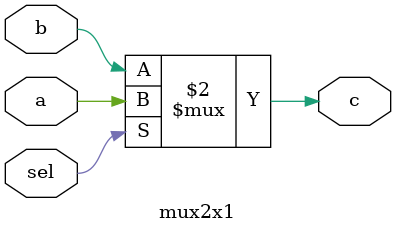
<source format=v>
module mux2x1 (input a, b, sel, output reg c);
  always @ ( a or b or sel)
  begin
    c = sel ? a : b;
  end
endmodule
</source>
